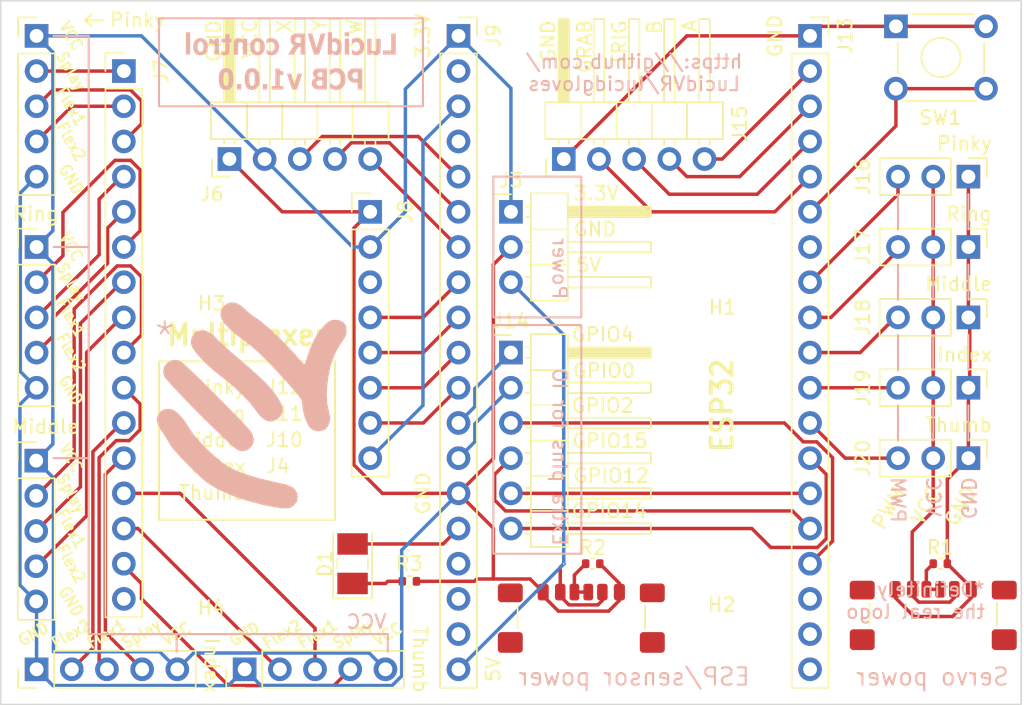
<source format=kicad_pcb>
(kicad_pcb (version 20240108) (generator "pcbnew") (generator_version "8.0")
  (layers (0 "F.Cu" signal) (31 "B.Cu" signal) (35 "F.Paste" user) (36 "B.SilkS" user "B.Silkscreen") (37 "F.SilkS" user "F.Silkscreen") (38 "B.Mask" user) (39 "F.Mask" user) (44 "Edge.Cuts" user))
  (net 0 "")
  (net 1 "Net-(D1-K)")
  (net 2 "Net-(D1-A)")
  (net 5 "Net-(J1-CC1)")
  (net 8 "Net-(J14-Pin_2)")
  (net 9 "Net-(J14-Pin_1)")
  (net 10 "Net-(J3-Pin_3)")
  (net 11 "Net-(J10-Pin_1)")
  (net 12 "Net-(J4-Pin_3)")
  (net 13 "Net-(J4-Pin_2)")
  (net 14 "Net-(J4-Pin_4)")
  (net 15 "Net-(J5-Pin_4)")
  (net 16 "Net-(J5-Pin_3)")
  (net 17 "Net-(J10-Pin_2)")
  (net 18 "Net-(J11-Pin_4)")
  (net 19 "Net-(J11-Pin_3)")
  (net 20 "Net-(J11-Pin_2)")
  (net 21 "Net-(J10-Pin_3)")
  (net 22 "Net-(J10-Pin_4)")
  (net 23 "Net-(J12-Pin_3)")
  (net 24 "Net-(J12-Pin_2)")
  (net 25 "Net-(J12-Pin_4)")
  (net 26 "Net-(J10-Pin_5)")
  (net 27 "Net-(J2-CC1)")
  (net 32 "Net-(J16-Pin_1)")
  (net 33 "Net-(J16-Pin_2)")
  (net 34 "Net-(J5-Pin_2)")
  (net 35 "Net-(J6-Pin_3)")
  (net 36 "Net-(J6-Pin_5)")
  (net 37 "Net-(J6-Pin_4)")
  (net 39 "Net-(J8-Pin_5)")
  (net 40 "Net-(J8-Pin_6)")
  (net 42 "Net-(J8-Pin_7)")
  (net 43 "Net-(J8-Pin_4)")
  (net 44 "Net-(J8-Pin_8)")
  (net 50 "Net-(J13-Pin_8)")
  (net 53 "Net-(J13-Pin_16)")
  (net 54 "Net-(J13-Pin_14)")
  (net 55 "Net-(J13-Pin_1)")
  (net 56 "Net-(J13-Pin_12)")
  (net 57 "Net-(J13-Pin_6)")
  (net 58 "Net-(J13-Pin_4)")
  (net 59 "Net-(J13-Pin_9)")
  (net 60 "Net-(J13-Pin_15)")
  (net 61 "Net-(J13-Pin_3)")
  (net 62 "Net-(J13-Pin_13)")
  (net 63 "Net-(J13-Pin_10)")
  (net 64 "Net-(J13-Pin_2)")
  (net 67 "Net-(J13-Pin_11)")
  (net 68 "Net-(J13-Pin_5)")
  (footprint "MountingHole:MountingHole_3.2mm_M3" (layer "F.Cu") (at 158.75 69.85)
    (property "Reference" "H3")
    (property "Value" "MountingHole" (hide yes))
  )
  (footprint "Resistor_SMD:R_0402_1005Metric" (layer "F.Cu") (at 186.245 91.44)
    (property "Reference" "R2")
    (property "Value" "5100Ω")
  )
  (footprint "LED_SMD:LED_PLCC-2_3x2mm_AK" (layer "F.Cu") (at 168.91 91.44 90)
    (property "Reference" "D1")
    (property "Value" "LED" (hide yes))
  )
  (footprint "Connector_PinHeader_2.54mm:PinHeader_1x05_P2.54mm_Vertical" (layer "F.Cu") (at 146.1 53.34)
    (property "Reference" "J12")
    (property "Value" "Conn_01x05_Pin" (hide yes))
  )
  (footprint "Connector_PinSocket_2.54mm:PinSocket_1x19_P2.54mm_Vertical" (layer "F.Cu") (at 176.555 53.34)
    (property "Reference" "J9")
    (property "Value" "Conn_01x19_Socket" (hide yes))
  )
  (footprint "Connector_PinHeader_2.54mm:PinHeader_1x03_P2.54mm_Vertical" (layer "F.Cu") (at 213.36 63.5 -90)
    (property "Reference" "J16")
    (property "Value" "Conn_01x03_Pin" (hide yes))
  )
  (footprint "Connector_PinHeader_2.54mm:PinHeader_1x05_P2.54mm_Vertical" (layer "F.Cu") (at 146.1 68.58)
    (property "Reference" "J11")
    (property "Value" "Conn_01x05_Pin" (hide yes))
  )
  (footprint "Resistor_SMD:R_0402_1005Metric" (layer "F.Cu") (at 211.33 91.44)
    (property "Reference" "R1")
    (property "Value" "5100Ω")
  )
  (footprint "Connector_PinHeader_2.54mm:PinHeader_1x05_P2.54mm_Vertical" (layer "F.Cu") (at 161.12 99.06 90)
    (property "Reference" "J5")
    (property "Value" "Conn_01x05_Pin" (hide yes))
  )
  (footprint "Connector_PinHeader_2.54mm:PinHeader_1x05_P2.54mm_Horizontal" (layer "F.Cu") (at 184.155 62.23 90)
    (property "Reference" "J15")
    (property "Value" "Conn_01x05_Pin" (hide yes))
  )
  (footprint "Connector_USB:USB_C_Receptacle_GCT_USB4135-GF-A_6P_TopMnt_Horizontal" (layer "F.Cu") (at 210.823213 96.320148)
    (property "Reference" "J1" (hide yes))
    (property "Value" "USB_C_Receptacle_PowerOnly_6P" (hide yes))
  )
  (footprint "Connector_PinHeader_2.54mm:PinHeader_1x05_P2.54mm_Vertical" (layer "F.Cu") (at 146.075 84)
    (property "Reference" "J10")
    (property "Value" "Conn_01x05_Pin" (hide yes))
  )
  (footprint "Connector_PinHeader_2.54mm:PinHeader_1x05_P2.54mm_Vertical" (layer "F.Cu") (at 146.1 99.06 90)
    (property "Reference" "J4")
    (property "Value" "Conn_01x05_Pin" (hide yes))
  )
  (footprint "Connector_PinHeader_2.54mm:PinHeader_1x03_P2.54mm_Vertical" (layer "F.Cu") (at 213.36 73.66 -90)
    (property "Reference" "J18")
    (property "Value" "Conn_01x03_Pin" (hide yes))
  )
  (footprint "MountingHole:MountingHole_3.2mm_M3" (layer "F.Cu") (at 195.58 69.85)
    (property "Reference" "H1")
    (property "Value" "MountingHole" (hide yes))
  )
  (footprint "MountingHole:MountingHole_3.2mm_M3" (layer "F.Cu") (at 158.75 91.44)
    (property "Reference" "H4")
    (property "Value" "MountingHole" (hide yes))
  )
  (footprint "Connector_PinSocket_2.54mm:PinSocket_1x19_P2.54mm_Vertical" (layer "F.Cu") (at 201.93 53.34)
    (property "Reference" "J13")
    (property "Value" "Conn_01x19_Socket" (hide yes))
  )
  (footprint "Connector_PinHeader_2.54mm:PinHeader_1x03_P2.54mm_Vertical" (layer "F.Cu") (at 213.36 83.82 -90)
    (property "Reference" "J20")
    (property "Value" "Conn_01x03_Pin" (hide yes))
  )
  (footprint "MountingHole:MountingHole_3.2mm_M3" (layer "F.Cu") (at 195.58 91.44)
    (property "Reference" "H2")
    (property "Value" "MountingHole" (hide yes))
  )
  (footprint "Connector_PinHeader_2.54mm:PinHeader_1x05_P2.54mm_Horizontal" (layer "F.Cu") (at 160.02 62.23 90)
    (property "Reference" "J6")
    (property "Value" "Conn_01x05_Pin" (hide yes))
  )
  (footprint "Connector_PinHeader_2.54mm:PinHeader_1x03_P2.54mm_Vertical" (layer "F.Cu") (at 213.36 78.74 -90)
    (property "Reference" "J19")
    (property "Value" "Conn_01x03_Pin" (hide yes))
  )
  (footprint "Connector_PinHeader_2.54mm:PinHeader_1x16_P2.54mm_Vertical" (layer "F.Cu") (at 152.4 55.88)
    (property "Reference" "J7")
    (property "Value" "Conn_01x16_Pin" (hide yes))
  )
  (footprint "Button_Switch_THT:SW_TH_Tactile_Omron_B3F-10xx" (layer "F.Cu") (at 208.13 52.65)
    (property "Reference" "SW1")
    (property "Value" "SW_Push" (hide yes))
  )
  (footprint "Connector_PinHeader_2.54mm:PinHeader_1x03_P2.54mm_Horizontal" (layer "F.Cu") (at 180.34 66.04)
    (property "Reference" "J3")
    (property "Value" "Conn_01x03_Pin" (hide yes))
  )
  (footprint "Connector_PinHeader_2.54mm:PinHeader_1x08_P2.54mm_Vertical" (layer "F.Cu") (at 170.18 66.04)
    (property "Reference" "J8")
    (property "Value" "Conn_01x08_Pin" (hide yes))
  )
  (footprint "Connector_PinHeader_2.54mm:PinHeader_1x06_P2.54mm_Horizontal" (layer "F.Cu") (at 180.34 76.2)
    (property "Reference" "J14")
    (property "Value" "Conn_01x06_Pin" (hide yes))
  )
  (footprint "Connector_USB:USB_C_Receptacle_GCT_USB4135-GF-A_6P_TopMnt_Horizontal" (layer "F.Cu") (at 185.42 96.52)
    (property "Reference" "J2" (hide yes))
    (property "Value" "USB_C_Receptacle_PowerOnly_6P" (hide yes))
  )
  (footprint "Connector_PinHeader_2.54mm:PinHeader_1x03_P2.54mm_Vertical" (layer "F.Cu") (at 213.36 68.58 -90)
    (property "Reference" "J17")
    (property "Value" "Conn_01x03_Pin" (hide yes))
  )
  (footprint "Resistor_SMD:R_0402_1005Metric" (layer "F.Cu") (at 173.008 92.710837 180)
    (property "Reference" "R3")
    (property "Value" "270Ω")
  )
  (footprint "LOGO" (layer "B.Cu") (at 161.29 80.01 180)
    (property "Reference" "G***" (hide yes))
    (property "Value" "LOGO" (hide yes))
  )
  (gr_line (start 210.82 64.77) (end 210.82 67.31) (stroke (width 0.15)) (layer "B.SilkS"))
  (gr_line (start 149.86 96.52) (end 156.21 96.52) (stroke (width 0.15)) (layer "B.SilkS"))
  (gr_line (start 210.82 80.01) (end 210.82 82.55) (stroke (width 0.15)) (layer "B.SilkS"))
  (gr_line (start 210.82 74.93) (end 210.82 77.47) (stroke (width 0.15)) (layer "B.SilkS"))
  (gr_line (start 213.36 80.01) (end 213.36 82.55) (stroke (width 0.15)) (layer "B.SilkS"))
  (gr_line (start 208.28 80.01) (end 208.28 82.55) (stroke (width 0.15)) (layer "B.SilkS"))
  (gr_line (start 149.86 53.34) (end 149.86 68.58) (stroke (width 0.15)) (layer "B.SilkS"))
  (gr_line (start 149.86 83.82) (end 147.32 83.82) (stroke (width 0.15)) (layer "B.SilkS"))
  (gr_line (start 147.32 68.58) (end 149.86 68.58) (stroke (width 0.15)) (layer "B.SilkS"))
  (gr_rect (start 179.07 74.210691) (end 185.42 90.720691) (stroke (width 0.15)) (fill none) (layer "B.SilkS"))
  (gr_line (start 208.28 69.85) (end 208.28 72.39) (stroke (width 0.15)) (layer "B.SilkS"))
  (gr_line (start 208.28 74.93) (end 208.28 77.47) (stroke (width 0.15)) (layer "B.SilkS"))
  (gr_line (start 213.36 69.85) (end 213.36 72.39) (stroke (width 0.15)) (layer "B.SilkS"))
  (gr_line (start 213.36 74.93) (end 213.36 77.47) (stroke (width 0.15)) (layer "B.SilkS"))
  (gr_rect (start 179.07 63.5) (end 185.42 73.66) (stroke (width 0.15)) (fill none) (layer "B.SilkS"))
  (gr_line (start 210.82 69.85) (end 210.82 72.39) (stroke (width 0.15)) (layer "B.SilkS"))
  (gr_line (start 213.36 64.77) (end 213.36 67.31) (stroke (width 0.15)) (layer "B.SilkS"))
  (gr_line (start 149.86 68.58) (end 149.86 83.82) (stroke (width 0.15)) (layer "B.SilkS"))
  (gr_line (start 147.32 53.34) (end 149.86 53.34) (stroke (width 0.15)) (layer "B.SilkS"))
  (gr_line (start 156.21 96.52) (end 156.21 97.79) (stroke (width 0.15)) (layer "B.SilkS"))
  (gr_line (start 149.86 83.82) (end 149.86 96.52) (stroke (width 0.15)) (layer "B.SilkS"))
  (gr_line (start 171.45 96.52) (end 171.45 97.79) (stroke (width 0.15)) (layer "B.SilkS"))
  (gr_line (start 156.21 96.52) (end 171.45 96.52) (stroke (width 0.15)) (layer "B.SilkS"))
  (gr_line (start 208.28 64.77) (end 208.28 67.31) (stroke (width 0.15)) (layer "B.SilkS"))
  (gr_line (start 167.64 88.265) (end 154.94 88.265) (stroke (width 0.15)) (layer "F.SilkS"))
  (gr_line (start 154.94 88.265) (end 154.94 86.995) (stroke (width 0.15)) (layer "F.SilkS"))
  (gr_line (start 167.64 76.835) (end 167.64 88.265) (stroke (width 0.15)) (layer "F.SilkS"))
  (gr_line (start 154.94 86.995) (end 154.94 76.835) (stroke (width 0.15)) (layer "F.SilkS"))
  (gr_line (start 150.872831 52.216257) (end 149.602831 52.216257) (stroke (width 0.15)) (layer "F.SilkS"))
  (gr_line (start 150.068416 51.801862) (end 149.602831 52.216257) (stroke (width 0.15)) (layer "F.SilkS"))
  (gr_line (start 154.94 76.835) (end 167.64 76.835) (stroke (width 0.15)) (layer "F.SilkS"))
  (gr_line (start 150.068416 52.630652) (end 149.602831 52.216257) (stroke (width 0.15)) (layer "F.SilkS"))
  (gr_rect (start 143.51 50.8) (end 217.17 101.6) (stroke (width 0.1)) (fill none) (layer "Edge.Cuts"))
  (gr_text "VCC" (at 171.438999 96.211992 0) (layer "B.SilkS") (effects (font (size 1 1)) (justify left bottom mirror)))
  (gr_text "PWM" (at 208.28 85.09 270) (layer "B.SilkS") (effects (font (size 1 1)) (justify right mirror)))
  (gr_text "GND" (at 213.36 85.09 270) (layer "B.SilkS") (effects (font (size 1 1)) (justify right mirror)))
  (gr_text "*" (at 156.21 76.2 0) (layer "B.SilkS") (effects (font (size 2 2)) (justify left bottom mirror)))
  (gr_text "*Definitely\nthe real logo" (at 214.63 92.71 0) (layer "B.SilkS") (effects (font (size 1 1)) (justify left top mirror)))
  (gr_text "ESP/sensor power" (at 189.23 100.33 0) (layer "B.SilkS") (effects (font (size 1.25 1.2)) (justify bottom mirror)))
  (gr_text "VCC" (at 210.82 85.09 270) (layer "B.SilkS") (effects (font (size 1 1)) (justify right mirror)))
  (gr_text "Extra pins for IO" (at 184.44 90.23 -90) (layer "B.SilkS") (effects (font (size 1 1)) (justify left top mirror)))
  (gr_text "https://github.com/\nLucidVR/lucidgloves" (at 189.23 54.61 0) (layer "B.SilkS") (effects (font (size 1 1)) (justify top mirror)))
  (gr_text "Power" (at 184.44 72.45 -90) (layer "B.SilkS") (effects (font (size 1 1)) (justify left top mirror)))
  (gr_text "Servo power" (at 210.766372 100.33 0) (layer "B.SilkS") (effects (font (size 1.25 1.2)) (justify bottom mirror)))
  (gr_text "Ring" (at 144.307102 66.767628 0) (layer "F.SilkS") (effects (font (size 1 1)) (justify left bottom)))
  (gr_text "VCC" (at 156.21 96.52 30) (layer "F.SilkS") (effects (font (size 0.8 0.75))))
  (gr_text "Flex2" (at 163.83 96.52 30) (layer "F.SilkS") (effects (font (size 0.8 0.75))))
  (gr_text "Flex1" (at 148.59 58.42 -60) (layer "F.SilkS") (effects (font (size 0.8 0.75))))
  (gr_text "VCC" (at 148.59 68.58 -60) (layer "F.SilkS") (effects (font (size 0.8 0.75))))
  (gr_text "GND" (at 199.39 53.34 90) (layer "F.SilkS") (effects (font (size 1 1))))
  (gr_text "GND" (at 213.613512 85.879788 60) (layer "F.SilkS") (effects (font (size 1 1)) (justify right)))
  (gr_text "Flex1" (at 148.59 88.9 -60) (layer "F.SilkS") (effects (font (size 0.8 0.75))))
  (gr_text "Flex2" (at 148.59 96.52 30) (layer "F.SilkS") (effects (font (size 0.8 0.75))))
  (gr_text "GPIO4" (at 184.648901 75.480691 0) (layer "F.SilkS") (effects (font (size 1 1)) (justify left bottom)))
  (gr_text "GND" (at 184.783951 67.882555 0) (layer "F.SilkS") (effects (font (size 1 1)) (justify left bottom)))
  (gr_text "5V" (at 179.07 99.06 90) (layer "F.SilkS") (effects (font (size 1 1))))
  (gr_text "3.3V" (at 184.783951 65.285355 0) (layer "F.SilkS") (effects (font (size 1 1)) (justify left bottom)))
  (gr_text "Splay" (at 153.67 96.52 30) (layer "F.SilkS") (effects (font (size 0.8 0.75))))
  (gr_text "Index" (at 158.150345 100.837024 270) (layer "F.SilkS") (effects (font (size 1 1)) (justify right bottom)))
  (gr_text "X" (at 164.585662 52.07 90) (layer "F.SilkS") (effects (font (size 1 1)) (justify right bottom)))
  (gr_text "A" (at 193.810288 52.084625 90) (layer "F.SilkS") (effects (font (size 1 1)) (justify right bottom)))
  (gr_text "GND" (at 173.99 86.36 90) (layer "F.SilkS") (effects (font (size 1 1))))
  (gr_text "GND" (at 183.61616 52.113877 90) (layer "F.SilkS") (effects (font (size 1 1)) (justify right bottom)))
  (gr_text "3.3V" (at 173.99 53.34 90) (layer "F.SilkS") (effects (font (size 1 1))))
  (gr_text "Thumb" (at 215.147886 82.007629 0) (layer "F.SilkS") (effects (font (size 1 1)) (justify right bottom)))
  (gr_text "Flex1" (at 148.59 73.66 -60) (layer "F.SilkS") (effects (font (size 0.8 0.75))))
  (gr_text "VCC" (at 171.45 96.52 30) (layer "F.SilkS") (effects (font (size 0.8 0.75))))
  (gr_text "GND" (at 148.59 94.16526 -60) (layer "F.SilkS") (effects (font (size 0.8 0.75))))
  (gr_text "VCC" (at 162.062725 52.026122 90) (layer "F.SilkS") (effects (font (size 1 1)) (justify right bottom)))
  (gr_text "Ring" (at 161.29 80.01 0) (layer "F.SilkS") (effects (font (size 1 1)) (justify right top)))
  (gr_text "B" (at 191.280038 52.099251 90) (layer "F.SilkS") (effects (font (size 1 1)) (justify right bottom)))
  (gr_text "GPIO12" (at 184.766688 85.681032 0) (layer "F.SilkS") (effects (font (size 1 1)) (justify left bottom)))
  (gr_text "GPIO2" (at 184.625344 80.616197 0) (layer "F.SilkS") (effects (font (size 1 1)) (justify left bottom)))
  (gr_text "Index" (at 161.29 83.82 0) (layer "F.SilkS") (effects (font (size 1 1)) (justify right top)))
  (gr_text "VCC" (at 148.59 53.34 -60) (layer "F.SilkS") (effects (font (size 0.8 0.75))))
  (gr_text "Splay" (at 148.59 55.88 -60) (layer "F.SilkS") (effects (font (size 0.8 0.75))))
  (gr_text "PWM" (at 208.506699 85.901727 60) (layer "F.SilkS") (effects (font (size 1 1)) (justify right)))
  (gr_text "GND" (at 148.59 63.68526 -60) (layer "F.SilkS") (effects (font (size 0.8 0.75))))
  (gr_text "VCC" (at 211.046698 85.901727 60) (layer "F.SilkS") (effects (font (size 1 1)) (justify right)))
  (gr_text "Splay" (at 148.59 71.12 -60) (layer "F.SilkS") (effects (font (size 0.8 0.75))))
  (gr_text "Thumb" (at 161.29 85.725 0) (layer "F.SilkS") (effects (font (size 1 1)) (justify right top)))
  (gr_text "Pinky" (at 161.29 78.105 0) (layer "F.SilkS") (effects (font (size 1 1)) (justify right top)))
  (gr_text "ESP32" (at 195.58 80.01 90) (layer "F.SilkS") (effects (font (size 1.5 1.4) (thickness 0.28) (bold yes))))
  (gr_text "GND" (at 148.59 78.92526 -60) (layer "F.SilkS") (effects (font (size 0.8 0.75))))
  (gr_text "Multiplexer" (at 161.29 74.93 0) (layer "F.SilkS") (effects (font (size 1.5 1.4) (thickness 0.28) (bold yes))))
  (gr_text "Splay" (at 148.59 86.36 -60) (layer "F.SilkS") (effects (font (size 0.8 0.75))))
  (gr_text "GRAB" (at 186.234164 52.084625 90) (layer "F.SilkS") (effects (font (size 1 1)) (justify right bottom)))
  (gr_text "Ring" (at 215.147886 66.773616 0) (layer "F.SilkS") (effects (font (size 1 1)) (justify right bottom)))
  (gr_text "GPIO15" (at 184.672459 83.160393 0) (layer "F.SilkS") (effects (font (size 1 1)) (justify left bottom)))
  (gr_text "SW" (at 169.631536 52.026122 90) (layer "F.SilkS") (effects (font (size 1 1)) (justify right bottom)))
  (gr_text "Flex2" (at 148.59 76.2 -60) (layer "F.SilkS") (effects (font (size 0.8 0.75))))
  (gr_text "Flex2" (at 148.59 60.96 -60) (layer "F.SilkS") (effects (font (size 0.8 0.75))))
  (gr_text "Y" (at 167.130538 52.048061 90) (layer "F.SilkS") (effects (font (size 1 1)) (justify right bottom)))
  (gr_text "Flex2" (at 148.59 91.44 -60) (layer "F.SilkS") (effects (font (size 0.8 0.75))))
  (gr_text "Middle" (at 161.29 81.915 0) (layer "F.SilkS") (effects (font (size 1 1)) (justify right top)))
  (gr_text "VCC" (at 148.59 83.82 -60) (layer "F.SilkS") (effects (font (size 0.8 0.75))))
  (gr_text "GND" (at 159.482503 52.092547 90) (layer "F.SilkS") (effects (font (size 1 1)) (justify right bottom)))
  (gr_text "Middle" (at 215.160261 71.83512 0) (layer "F.SilkS") (effects (font (size 1 1)) (justify right bottom)))
  (gr_text "Splay" (at 168.91 96.52 30) (layer "F.SilkS") (effects (font (size 0.8 0.75))))
  (gr_text "Flex1" (at 166.37 96.52 30) (layer "F.SilkS") (effects (font (size 0.8 0.75))))
  (gr_text "GPIO0" (at 184.719574 78.095559 0) (layer "F.SilkS") (effects (font (size 1 1)) (justify left bottom)))
  (gr_text "GND" (at 161.10474 96.52 30) (layer "F.SilkS") (effects (font (size 0.8 0.75))))
  (gr_text "5V" (at 184.942963 70.479755 0) (layer "F.SilkS") (effects (font (size 1 1)) (justify left bottom)))
  (gr_text "Pinky" (at 151.300633 52.781785 0) (layer "F.SilkS") (effects (font (size 1 1)) (justify left bottom)))
  (gr_text "TRIG" (at 188.749788 52.113877 90) (layer "F.SilkS") (effects (font (size 1 1)) (justify right bottom)))
  (gr_text "Flex1" (at 151.13 96.52 30) (layer "F.SilkS") (effects (font (size 0.8 0.75))))
  (gr_text "Thumb" (at 173.195336 100.846775 270) (layer "F.SilkS") (effects (font (size 1 1)) (justify right bottom)))
  (gr_text "Index" (at 215.160261 76.921374 0) (layer "F.SilkS") (effects (font (size 1 1)) (justify right bottom)))
  (gr_text "Pinky" (at 215.147886 61.687362 0) (layer "F.SilkS") (effects (font (size 1 1)) (justify right bottom)))
  (gr_text "GPIO14" (at 184.625344 88.20167 0) (layer "F.SilkS") (effects (font (size 1 1)) (justify left bottom)))
  (gr_text "Middle" (at 144.241286 82.135604 0) (layer "F.SilkS") (effects (font (size 1 1)) (justify left bottom)))
  (gr_text "GND" (at 145.86474 96.52 30) (layer "F.SilkS") (effects (font (size 0.8 0.75))))
  (gr_text_box "LucidVR control\nPCB v1.0.0" (start 154.94 52.07) (end 173.99 58.42) (layer "B.SilkS") (effects (font (size 1.5 1.25) (thickness 0.2) (bold yes)) (justify top mirror)) (border yes) (stroke (width 0.15)))
  (segment (start 175.44 90.015) (end 176.555 88.9) (width 0.25) (layer "F.Cu") (net 1))
  (segment (start 168.91 90.015) (end 175.44 90.015) (width 0.25) (layer "F.Cu") (net 1))
  (segment (start 172.497163 92.71) (end 172.498 92.710837) (width 0.25) (layer "F.Cu") (net 2))
  (segment (start 171.295 92.865) (end 171.45 92.71) (width 0.25) (layer "F.Cu") (net 2))
  (segment (start 171.45 92.71) (end 172.497163 92.71) (width 0.25) (layer "F.Cu") (net 2))
  (segment (start 168.91 92.865) (end 171.295 92.865) (width 0.25) (layer "F.Cu") (net 2))
  (segment (start 210.323213 93.287648) (end 210.323213 91.936787) (width 0.25) (layer "F.Cu") (net 5))
  (segment (start 210.323213 93.287648) (end 211.323213 93.287648) (width 0.25) (layer "F.Cu") (net 5))
  (segment (start 210.323213 91.936787) (end 210.82 91.44) (width 0.25) (layer "F.Cu") (net 5))
  (segment (start 177.73 81.35) (end 177.73 82.645) (width 0.25) (layer "B.Cu") (net 8))
  (segment (start 180.34 78.74) (end 177.73 81.35) (width 0.25) (layer "B.Cu") (net 8))
  (segment (start 177.73 82.645) (end 176.555 83.82) (width 0.25) (layer "B.Cu") (net 8))
  (segment (start 177.73 78.81) (end 177.73 80.105) (width 0.25) (layer "B.Cu") (net 9))
  (segment (start 177.73 80.105) (end 176.555 81.28) (width 0.25) (layer "B.Cu") (net 9))
  (segment (start 180.34 76.2) (end 177.73 78.81) (width 0.25) (layer "B.Cu") (net 9))
  (segment (start 186.94 94.0875) (end 186.615 94.4125) (width 0.25) (layer "F.Cu") (net 10))
  (segment (start 183.9 93.779456) (end 183.9 93.4875) (width 0.25) (layer "F.Cu") (net 10))
  (segment (start 186.615 94.4125) (end 184.533044 94.4125) (width 0.25) (layer "F.Cu") (net 10))
  (segment (start 183.9 93.4875) (end 183.9 91.69) (width 0.25) (layer "F.Cu") (net 10))
  (segment (start 186.94 93.4875) (end 186.94 94.0875) (width 0.25) (layer "F.Cu") (net 10))
  (segment (start 183.9 91.69) (end 184.15 91.44) (width 0.25) (layer "F.Cu") (net 10))
  (segment (start 184.533044 94.4125) (end 183.9 93.779456) (width 0.25) (layer "F.Cu") (net 10))
  (via micro (at 184.15 91.44) (size 0.3) (drill 0.1) (layers "F.Cu" "B.Cu") (net 10))
  (segment (start 184.15 74.93) (end 184.15 91.44) (width 0.25) (layer "B.Cu") (net 10))
  (segment (start 184.15 91.44) (end 184.15 91.465) (width 0.25) (layer "B.Cu") (net 10))
  (segment (start 180.34 71.12) (end 184.15 74.93) (width 0.25) (layer "B.Cu") (net 10))
  (segment (start 184.15 91.465) (end 176.555 99.06) (width 0.25) (layer "B.Cu") (net 10))
  (segment (start 146.1 68.58) (end 147.275 69.755) (width 0.25) (layer "B.Cu") (net 11))
  (segment (start 170.105 97.885) (end 171.28 99.06) (width 0.25) (layer "B.Cu") (net 11))
  (segment (start 146.1 53.34) (end 147.275 54.515) (width 0.25) (layer "B.Cu") (net 11))
  (segment (start 170.18 68.58) (end 172.72 66.04) (width 0.25) (layer "B.Cu") (net 11))
  (segment (start 154.99 97.79) (end 156.26 99.06) (width 0.25) (layer "B.Cu") (net 11))
  (segment (start 147.275 82.8) (end 146.075 84) (width 0.25) (layer "B.Cu") (net 11))
  (segment (start 170.18 68.58) (end 168.91 68.58) (width 0.25) (layer "B.Cu") (net 11))
  (segment (start 147.275 67.405) (end 146.1 68.58) (width 0.25) (layer "B.Cu") (net 11))
  (segment (start 147.275 54.515) (end 147.275 67.405) (width 0.25) (layer "B.Cu") (net 11))
  (segment (start 147.275 69.755) (end 147.275 82.8) (width 0.25) (layer "B.Cu") (net 11))
  (segment (start 157.435 97.885) (end 170.105 97.885) (width 0.25) (layer "B.Cu") (net 11))
  (segment (start 176.555 53.34) (end 172.72 57.175) (width 0.25) (layer "B.Cu") (net 11))
  (segment (start 180.34 66.04) (end 180.34 57.125) (width 0.25) (layer "B.Cu") (net 11))
  (segment (start 156.26 99.06) (end 157.435 97.885) (width 0.25) (layer "B.Cu") (net 11))
  (segment (start 146.075 84) (end 147.32 85.245) (width 0.25) (layer "B.Cu") (net 11))
  (segment (start 147.32 85.245) (end 147.32 97.79) (width 0.25) (layer "B.Cu") (net 11))
  (segment (start 147.32 97.79) (end 154.99 97.79) (width 0.25) (layer "B.Cu") (net 11))
  (segment (start 180.34 57.125) (end 176.555 53.34) (width 0.25) (layer "B.Cu") (net 11))
  (segment (start 168.91 68.58) (end 162.56 62.23) (width 0.25) (layer "B.Cu") (net 11))
  (segment (start 153.67 53.34) (end 162.56 62.23) (width 0.25) (layer "B.Cu") (net 11))
  (segment (start 146.1 53.34) (end 153.67 53.34) (width 0.25) (layer "B.Cu") (net 11))
  (segment (start 172.72 57.175) (end 172.72 66.04) (width 0.25) (layer "B.Cu") (net 11))
  (segment (start 151.18 99.06) (end 150.615 98.495) (width 0.25) (layer "F.Cu") (net 12))
  (segment (start 153.575 79.915) (end 152.4 78.74) (width 0.25) (layer "F.Cu") (net 12))
  (segment (start 153.575 81.766701) (end 153.575 79.915) (width 0.25) (layer "F.Cu") (net 12))
  (segment (start 150.615 83.783299) (end 151.848299 82.55) (width 0.25) (layer "F.Cu") (net 12))
  (segment (start 151.848299 82.55) (end 152.791701 82.55) (width 0.25) (layer "F.Cu") (net 12))
  (segment (start 152.791701 82.55) (end 153.575 81.766701) (width 0.25) (layer "F.Cu") (net 12))
  (segment (start 150.615 98.495) (end 150.615 83.783299) (width 0.25) (layer "F.Cu") (net 12))
  (segment (start 148.64 99.06) (end 150.165 97.535) (width 0.25) (layer "F.Cu") (net 13))
  (segment (start 150.165 97.535) (end 150.165 83.355) (width 0.25) (layer "F.Cu") (net 13))
  (segment (start 150.165 83.355) (end 152.24 81.28) (width 0.25) (layer "F.Cu") (net 13))
  (segment (start 153.72 99.06) (end 151.065 96.405) (width 0.25) (layer "F.Cu") (net 14))
  (segment (start 151.065 96.405) (end 151.065 84.995) (width 0.25) (layer "F.Cu") (net 14))
  (segment (start 151.065 84.995) (end 152.24 83.82) (width 0.25) (layer "F.Cu") (net 14))
  (segment (start 153.67 92.87) (end 152.24 91.44) (width 0.25) (layer "F.Cu") (net 15))
  (segment (start 159.945 100.235) (end 153.67 93.96) (width 0.25) (layer "F.Cu") (net 15))
  (segment (start 153.67 93.96) (end 153.67 92.87) (width 0.25) (layer "F.Cu") (net 15))
  (segment (start 168.74 99.06) (end 167.565 100.235) (width 0.25) (layer "F.Cu") (net 15))
  (segment (start 167.565 100.235) (end 159.945 100.235) (width 0.25) (layer "F.Cu") (net 15))
  (segment (start 166.2 99.06) (end 166.2 96.096928) (width 0.25) (layer "F.Cu") (net 16))
  (segment (start 156.463072 86.36) (end 152.4 86.36) (width 0.25) (layer "F.Cu") (net 16))
  (segment (start 166.2 96.096928) (end 156.463072 86.36) (width 0.25) (layer "F.Cu") (net 16))
  (segment (start 166.2 99.06) (end 166.111928 99.06) (width 0.25) (layer "F.Cu") (net 16))
  (segment (start 153.67 70.728299) (end 153.67 74.93) (width 0.25) (layer "F.Cu") (net 17))
  (segment (start 146.075 86.54) (end 148.815 83.8) (width 0.25) (layer "F.Cu") (net 17))
  (segment (start 151.913299 69.945) (end 152.886701 69.945) (width 0.25) (layer "F.Cu") (net 17))
  (segment (start 153.67 74.93) (end 152.4 76.2) (width 0.25) (layer "F.Cu") (net 17))
  (segment (start 152.886701 69.945) (end 153.67 70.728299) (width 0.25) (layer "F.Cu") (net 17))
  (segment (start 148.815 83.8) (end 148.815 73.043299) (width 0.25) (layer "F.Cu") (net 17))
  (segment (start 148.815 73.043299) (end 151.913299 69.945) (width 0.25) (layer "F.Cu") (net 17))
  (segment (start 151.225 67.215) (end 152.4 66.04) (width 0.25) (layer "F.Cu") (net 18))
  (segment (start 146.1 76.2) (end 147.275 75.025) (width 0.25) (layer "F.Cu") (net 18))
  (segment (start 147.275 75.025) (end 147.275 73.705) (width 0.25) (layer "F.Cu") (net 18))
  (segment (start 147.275 73.705) (end 151.225 69.755) (width 0.25) (layer "F.Cu") (net 18))
  (segment (start 151.225 69.755) (end 151.225 67.215) (width 0.25) (layer "F.Cu") (net 18))
  (segment (start 146.1 73.66) (end 150.615 69.145) (width 0.25) (layer "F.Cu") (net 19))
  (segment (start 150.615 65.125) (end 152.24 63.5) (width 0.25) (layer "F.Cu") (net 19))
  (segment (start 150.615 69.145) (end 150.615 65.125) (width 0.25) (layer "F.Cu") (net 19))
  (segment (start 148.003604 66.074695) (end 151.753299 62.325) (width 0.25) (layer "F.Cu") (net 20))
  (segment (start 146.1 71.12) (end 148.003604 69.216396) (width 0.25) (layer "F.Cu") (net 20))
  (segment (start 151.753299 62.325) (end 152.886701 62.325) (width 0.25) (layer "F.Cu") (net 20))
  (segment (start 153.575 67.405) (end 152.4 68.58) (width 0.25) (layer "F.Cu") (net 20))
  (segment (start 153.575 63.013299) (end 153.575 67.405) (width 0.25) (layer "F.Cu") (net 20))
  (segment (start 152.886701 62.325) (end 153.575 63.013299) (width 0.25) (layer "F.Cu") (net 20))
  (segment (start 148.003604 69.216396) (end 148.003604 66.074695) (width 0.25) (layer "F.Cu") (net 20))
  (segment (start 146.075 89.08) (end 149.265 85.89) (width 0.25) (layer "F.Cu") (net 21))
  (segment (start 149.265 85.89) (end 149.265 74.095) (width 0.25) (layer "F.Cu") (net 21))
  (segment (start 149.265 74.095) (end 152.24 71.12) (width 0.25) (layer "F.Cu") (net 21))
  (segment (start 146.075 91.62) (end 149.715 87.98) (width 0.25) (layer "F.Cu") (net 22))
  (segment (start 149.715 87.98) (end 149.715 76.185) (width 0.25) (layer "F.Cu") (net 22))
  (segment (start 149.715 76.185) (end 152.24 73.66) (width 0.25) (layer "F.Cu") (net 22))
  (segment (start 146.1 58.42) (end 147.275 57.245) (width 0.25) (layer "F.Cu") (net 23))
  (segment (start 152.886701 57.245) (end 153.67 58.028299) (width 0.25) (layer "F.Cu") (net 23))
  (segment (start 147.275 57.245) (end 152.886701 57.245) (width 0.25) (layer "F.Cu") (net 23))
  (segment (start 153.67 59.69) (end 152.4 60.96) (width 0.25) (layer "F.Cu") (net 23))
  (segment (start 153.67 58.028299) (end 153.67 59.69) (width 0.25) (layer "F.Cu") (net 23))
  (segment (start 146.1 55.88) (end 152.24 55.88) (width 0.25) (layer "F.Cu") (net 24))
  (segment (start 146.1 60.96) (end 148.64 58.42) (width 0.25) (layer "F.Cu") (net 25))
  (segment (start 148.64 58.42) (end 152.24 58.42) (width 0.25) (layer "F.Cu") (net 25))
  (segment (start 182.67 93.77) (end 182.67 93.4875) (width 0.25) (layer "F.Cu") (net 26))
  (segment (start 179.07 88.875) (end 176.555 86.36) (width 0.25) (layer "F.Cu") (net 26))
  (segment (start 169.005 84.306701) (end 169.005 67.215) (width 0.25) (layer "F.Cu") (net 26))
  (segment (start 187.395 94.8625) (end 183.7625 94.8625) (width 0.25) (layer "F.Cu") (net 26))
  (segment (start 179.07 83.845) (end 176.555 86.36) (width 0.25) (layer "F.Cu") (net 26))
  (segment (start 188.17 92.855) (end 188.17 93.4875) (width 0.25) (layer "F.Cu") (net 26))
  (segment (start 179.07 92.5425) (end 179.07 88.875) (width 0.25) (layer "F.Cu") (net 26))
  (segment (start 160.02 62.23) (end 163.83 66.04) (width 0.25) (layer "F.Cu") (net 26))
  (segment (start 169.005 67.215) (end 170.18 66.04) (width 0.25) (layer "F.Cu") (net 26))
  (segment (start 188.17 93.4875) (end 188.17 94.0875) (width 0.25) (layer "F.Cu") (net 26))
  (segment (start 177.8725 92.5425) (end 179.07 92.5425) (width 0.25) (layer "F.Cu") (net 26))
  (segment (start 174.5 92.71) (end 177.705 92.71) (width 0.25) (layer "F.Cu") (net 26))
  (segment (start 179.07 69.85) (end 179.07 83.845) (width 0.25) (layer "F.Cu") (net 26))
  (segment (start 176.555 86.776701) (end 176.555 86.36) (width 0.25) (layer "F.Cu") (net 26))
  (segment (start 179.07 92.5425) (end 181.725 92.5425) (width 0.25) (layer "F.Cu") (net 26))
  (segment (start 188.17 94.0875) (end 187.395 94.8625) (width 0.25) (layer "F.Cu") (net 26))
  (segment (start 181.725 92.5425) (end 182.67 93.4875) (width 0.25) (layer "F.Cu") (net 26))
  (segment (start 177.705 92.71) (end 177.8725 92.5425) (width 0.25) (layer "F.Cu") (net 26))
  (segment (start 174.499163 92.710837) (end 174.5 92.71) (width 0.25) (layer "F.Cu") (net 26))
  (segment (start 186.755 91.44) (end 188.17 92.855) (width 0.25) (layer "F.Cu") (net 26))
  (segment (start 180.34 68.58) (end 179.07 69.85) (width 0.25) (layer "F.Cu") (net 26))
  (segment (start 183.7625 94.8625) (end 182.67 93.77) (width 0.25) (layer "F.Cu") (net 26))
  (segment (start 170.18 66.04) (end 163.83 66.04) (width 0.25) (layer "F.Cu") (net 26))
  (segment (start 171.058299 86.36) (end 169.005 84.306701) (width 0.25) (layer "F.Cu") (net 26))
  (segment (start 176.555 86.36) (end 171.058299 86.36) (width 0.25) (layer "F.Cu") (net 26))
  (segment (start 173.518 92.710837) (end 174.499163 92.710837) (width 0.25) (layer "F.Cu") (net 26))
  (segment (start 144.925 64.675) (end 146.1 63.5) (width 0.25) (layer "B.Cu") (net 26))
  (segment (start 146.1 94.185) (end 146.075 94.16) (width 0.25) (layer "B.Cu") (net 26))
  (segment (start 172.455 99.546701) (end 171.766701 100.235) (width 0.25) (layer "B.Cu") (net 26))
  (segment (start 161.12 99.06) (end 159.945 100.235) (width 0.25) (layer "B.Cu") (net 26))
  (segment (start 172.455 90.46) (end 172.455 99.546701) (width 0.25) (layer "B.Cu") (net 26))
  (segment (start 144.9 92.985) (end 144.9 79.94) (width 0.25) (layer "B.Cu") (net 26))
  (segment (start 146.075 94.16) (end 144.9 92.985) (width 0.25) (layer "B.Cu") (net 26))
  (segment (start 144.925 77.565) (end 144.925 64.675) (width 0.25) (layer "B.Cu") (net 26))
  (segment (start 162.295 100.235) (end 161.12 99.06) (width 0.25) (layer "B.Cu") (net 26))
  (segment (start 176.555 86.36) (end 172.455 90.46) (width 0.25) (layer "B.Cu") (net 26))
  (segment (start 159.945 100.235) (end 147.275 100.235) (width 0.25) (layer "B.Cu") (net 26))
  (segment (start 146.1 99.06) (end 146.1 94.185) (width 0.25) (layer "B.Cu") (net 26))
  (segment (start 144.9 79.94) (end 146.1 78.74) (width 0.25) (layer "B.Cu") (net 26))
  (segment (start 147.275 100.235) (end 146.1 99.06) (width 0.25) (layer "B.Cu") (net 26))
  (segment (start 171.766701 100.235) (end 162.295 100.235) (width 0.25) (layer "B.Cu") (net 26))
  (segment (start 146.1 78.74) (end 144.925 77.565) (width 0.25) (layer "B.Cu") (net 26))
  (segment (start 184.92 92.255) (end 185.735 91.44) (width 0.25) (layer "F.Cu") (net 27))
  (segment (start 184.92 93.4875) (end 184.92 92.255) (width 0.25) (layer "F.Cu") (net 27))
  (segment (start 185.92 93.4875) (end 184.92 93.4875) (width 0.25) (layer "F.Cu") (net 27))
  (segment (start 211.84 91.44) (end 211.84 85.34) (width 0.25) (layer "F.Cu") (net 32))
  (segment (start 209.435565 95.25) (end 212.210861 95.25) (width 0.25) (layer "F.Cu") (net 32))
  (segment (start 211.84 91.44) (end 213.573213 93.173213) (width 0.25) (layer "F.Cu") (net 32))
  (segment (start 213.36 78.475) (end 213.36 83.82) (width 0.25) (layer "F.Cu") (net 32))
  (segment (start 211.84 85.34) (end 213.36 83.82) (width 0.25) (layer "F.Cu") (net 32))
  (segment (start 212.210861 95.25) (end 213.573213 93.887648) (width 0.25) (layer "F.Cu") (net 32))
  (segment (start 213.46 78.375) (end 213.36 78.475) (width 0.25) (layer "F.Cu") (net 32))
  (segment (start 208.073213 93.887648) (end 209.435565 95.25) (width 0.25) (layer "F.Cu") (net 32))
  (segment (start 213.573213 93.173213) (end 213.573213 93.287648) (width 0.25) (layer "F.Cu") (net 32))
  (segment (start 213.36 73.47) (end 213.46 73.57) (width 0.25) (layer "F.Cu") (net 32))
  (segment (start 213.573213 93.887648) (end 213.573213 93.287648) (width 0.25) (layer "F.Cu") (net 32))
  (segment (start 208.073213 93.287648) (end 208.073213 93.887648) (width 0.25) (layer "F.Cu") (net 32))
  (segment (start 213.46 73.57) (end 213.46 78.375) (width 0.25) (layer "F.Cu") (net 32))
  (segment (start 213.36 64.17) (end 213.36 73.47) (width 0.25) (layer "F.Cu") (net 32))
  (segment (start 209.303213 93.287648) (end 209.303213 89.146787) (width 0.25) (layer "F.Cu") (net 33))
  (segment (start 209.303213 93.733213) (end 209.303213 93.287648) (width 0.25) (layer "F.Cu") (net 33))
  (segment (start 209.303213 89.146787) (end 210.82 87.63) (width 0.25) (layer "F.Cu") (net 33))
  (segment (start 209.782648 94.212648) (end 209.303213 93.733213) (width 0.25) (layer "F.Cu") (net 33))
  (segment (start 210.82 82.77) (end 210.82 78.475) (width 0.25) (layer "F.Cu") (net 33))
  (segment (start 210.82 87.63) (end 210.82 82.77) (width 0.25) (layer "F.Cu") (net 33))
  (segment (start 210.82 78.475) (end 210.92 78.375) (width 0.25) (layer "F.Cu") (net 33))
  (segment (start 212.343213 93.887648) (end 212.018213 94.212648) (width 0.25) (layer "F.Cu") (net 33))
  (segment (start 212.343213 93.287648) (end 212.343213 93.887648) (width 0.25) (layer "F.Cu") (net 33))
  (segment (start 210.82 68.82) (end 210.82 64.17) (width 0.25) (layer "F.Cu") (net 33))
  (segment (start 210.82 73.47) (end 210.82 68.82) (width 0.25) (layer "F.Cu") (net 33))
  (segment (start 210.92 73.57) (end 210.82 73.47) (width 0.25) (layer "F.Cu") (net 33))
  (segment (start 212.018213 94.212648) (end 209.782648 94.212648) (width 0.25) (layer "F.Cu") (net 33))
  (segment (start 210.82 78.375) (end 210.82 73.47) (width 0.25) (layer "F.Cu") (net 33))
  (segment (start 153.416928 88.9) (end 152.4 88.9) (width 0.25) (layer "F.Cu") (net 34))
  (segment (start 163.66 99.06) (end 163.576928 99.06) (width 0.25) (layer "F.Cu") (net 34))
  (segment (start 163.576928 99.06) (end 153.416928 88.9) (width 0.25) (layer "F.Cu") (net 34))
  (segment (start 165.1 62.23) (end 166.725 60.605) (width 0.25) (layer "F.Cu") (net 35))
  (segment (start 173.66 60.605) (end 176.555 63.5) (width 0.25) (layer "F.Cu") (net 35))
  (segment (start 166.725 60.605) (end 173.66 60.605) (width 0.25) (layer "F.Cu") (net 35))
  (segment (start 170.18 62.23) (end 176.53 68.58) (width 0.25) (layer "F.Cu") (net 36))
  (segment (start 176.53 68.58) (end 176.555 68.58) (width 0.25) (layer "F.Cu") (net 36))
  (segment (start 171.57 61.055) (end 176.555 66.04) (width 0.25) (layer "F.Cu") (net 37))
  (segment (start 167.64 62.23) (end 168.815 61.055) (width 0.25) (layer "F.Cu") (net 37))
  (segment (start 168.815 61.055) (end 171.57 61.055) (width 0.25) (layer "F.Cu") (net 37))
  (segment (start 174.015 76.2) (end 176.555 73.66) (width 0.25) (layer "F.Cu") (net 39))
  (segment (start 170.18 76.2) (end 174.015 76.2) (width 0.25) (layer "F.Cu") (net 39))
  (segment (start 170.18 78.74) (end 174.015 78.74) (width 0.25) (layer "F.Cu") (net 40))
  (segment (start 174.015 78.74) (end 176.555 76.2) (width 0.25) (layer "F.Cu") (net 40))
  (segment (start 170.18 81.28) (end 174.015 81.28) (width 0.25) (layer "F.Cu") (net 42))
  (segment (start 174.015 81.28) (end 176.555 78.74) (width 0.25) (layer "F.Cu") (net 42))
  (segment (start 170.18 73.66) (end 174.015 73.66) (width 0.25) (layer "F.Cu") (net 43))
  (segment (start 174.015 73.66) (end 176.555 71.12) (width 0.25) (layer "F.Cu") (net 43))
  (segment (start 173.99 60.985) (end 176.555 58.42) (width 0.25) (layer "B.Cu") (net 44))
  (segment (start 173.99 80.01) (end 173.99 60.985) (width 0.25) (layer "B.Cu") (net 44))
  (segment (start 170.18 83.82) (end 173.99 80.01) (width 0.25) (layer "B.Cu") (net 44))
  (segment (start 208.28 64.77) (end 208.28 64.17) (width 0.25) (layer "F.Cu") (net 50))
  (segment (start 201.93 71.12) (end 208.28 64.77) (width 0.25) (layer "F.Cu") (net 50))
  (segment (start 200.369149 81.570851) (end 201.443299 82.645) (width 0.25) (layer "F.Cu") (net 53))
  (segment (start 203.555 89.815) (end 201.93 91.44) (width 0.25) (layer "F.Cu") (net 53))
  (segment (start 202.416701 82.645) (end 203.555 83.783299) (width 0.25) (layer "F.Cu") (net 53))
  (segment (start 180.34 81.28) (end 200.078298 81.28) (width 0.25) (layer "F.Cu") (net 53))
  (segment (start 203.555 83.783299) (end 203.555 89.815) (width 0.25) (layer "F.Cu") (net 53))
  (segment (start 200.078298 81.28) (end 200.369149 81.570851) (width 0.25) (layer "F.Cu") (net 53))
  (segment (start 201.443299 82.645) (end 202.416701 82.645) (width 0.25) (layer "F.Cu") (net 53))
  (segment (start 180.34 86.36) (end 201.93 86.36) (width 0.25) (layer "F.Cu") (net 54))
  (segment (start 202.62 52.65) (end 201.93 53.34) (width 0.25) (layer "F.Cu") (net 55))
  (segment (start 184.15 62.23) (end 193.04 53.34) (width 0.25) (layer "F.Cu") (net 55))
  (segment (start 214.63 52.65) (end 208.13 52.65) (width 0.25) (layer "F.Cu") (net 55))
  (segment (start 193.04 53.34) (end 201.93 53.34) (width 0.25) (layer "F.Cu") (net 55))
  (segment (start 208.13 52.65) (end 202.62 52.65) (width 0.25) (layer "F.Cu") (net 55))
  (segment (start 208.28 83.82) (end 204.47 83.82) (width 0.25) (layer "F.Cu") (net 56))
  (segment (start 204.47 83.82) (end 201.93 81.28) (width 0.25) (layer "F.Cu") (net 56))
  (segment (start 208.13 57.15) (end 214.63 57.15) (width 0.25) (layer "F.Cu") (net 57))
  (segment (start 208.13 59.84) (end 208.13 57.15) (width 0.25) (layer "F.Cu") (net 57))
  (segment (start 201.93 66.04) (end 208.13 59.84) (width 0.25) (layer "F.Cu") (net 57))
  (segment (start 198.12 64.77) (end 201.93 60.96) (width 0.25) (layer "F.Cu") (net 58))
  (segment (start 191.77 64.77) (end 198.12 64.77) (width 0.25) (layer "F.Cu") (net 58))
  (segment (start 189.23 62.23) (end 191.77 64.77) (width 0.25) (layer "F.Cu") (net 58))
  (segment (start 201.93 73.66) (end 203.44 73.66) (width 0.25) (layer "F.Cu") (net 59))
  (segment (start 203.44 73.66) (end 208.28 68.82) (width 0.25) (layer "F.Cu") (net 59))
  (segment (start 200.66 87.63) (end 201.93 88.9) (width 0.25) (layer "F.Cu") (net 60))
  (segment (start 179.165 86.846701) (end 179.948299 87.63) (width 0.25) (layer "F.Cu") (net 60))
  (segment (start 180.34 83.82) (end 179.165 84.995) (width 0.25) (layer "F.Cu") (net 60))
  (segment (start 179.165 84.995) (end 179.165 86.846701) (width 0.25) (layer "F.Cu") (net 60))
  (segment (start 179.948299 87.63) (end 200.66 87.63) (width 0.25) (layer "F.Cu") (net 60))
  (segment (start 193.04 63.5) (end 196.85 63.5) (width 0.25) (layer "F.Cu") (net 61))
  (segment (start 196.85 63.5) (end 201.93 58.42) (width 0.25) (layer "F.Cu") (net 61))
  (segment (start 191.77 62.23) (end 193.04 63.5) (width 0.25) (layer "F.Cu") (net 61))
  (segment (start 199.093299 90.265) (end 202.468604 90.265) (width 0.25) (layer "F.Cu") (net 62))
  (segment (start 203.105 89.386701) (end 203.105 84.995) (width 0.25) (layer "F.Cu") (net 62))
  (segment (start 180.34 88.9) (end 197.728299 88.9) (width 0.25) (layer "F.Cu") (net 62))
  (segment (start 202.468604 90.265) (end 203.105 89.628604) (width 0.25) (layer "F.Cu") (net 62))
  (segment (start 203.105 89.628604) (end 203.105 84.995) (width 0.25) (layer "F.Cu") (net 62))
  (segment (start 197.728299 88.9) (end 199.093299 90.265) (width 0.25) (layer "F.Cu") (net 62))
  (segment (start 203.105 84.995) (end 201.93 83.82) (width 0.25) (layer "F.Cu") (net 62))
  (segment (start 205.55 76.2) (end 208.28 73.47) (width 0.25) (layer "F.Cu") (net 63))
  (segment (start 201.93 76.2) (end 205.55 76.2) (width 0.25) (layer "F.Cu") (net 63))
  (segment (start 194.31 62.23) (end 195.58 62.23) (width 0.25) (layer "F.Cu") (net 64))
  (segment (start 195.58 62.23) (end 201.93 55.88) (width 0.25) (layer "F.Cu") (net 64))
  (segment (start 208.015 78.74) (end 208.38 78.375) (width 0.25) (layer "F.Cu") (net 67))
  (segment (start 201.93 78.74) (end 208.015 78.74) (width 0.25) (layer "F.Cu") (net 67))
  (segment (start 190.5 66.04) (end 199.39 66.04) (width 0.25) (layer "F.Cu") (net 68))
  (segment (start 199.39 66.04) (end 201.93 63.5) (width 0.25) (layer "F.Cu") (net 68))
  (segment (start 186.69 62.23) (end 190.5 66.04) (width 0.25) (layer "F.Cu") (net 68))
)
</source>
